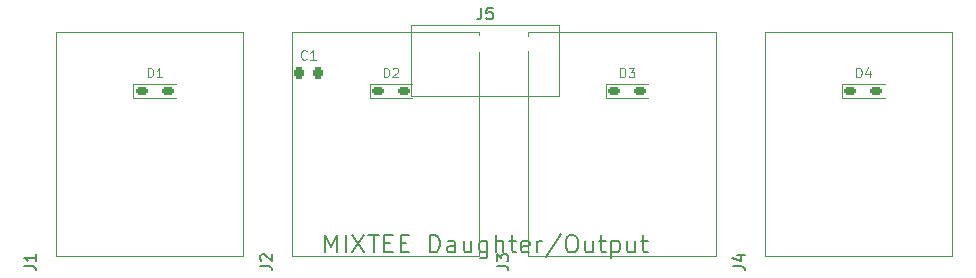
<source format=gto>
%TF.GenerationSoftware,KiCad,Pcbnew,9.0.7*%
%TF.CreationDate,2026-03-02T02:23:24+09:00*%
%TF.ProjectId,mixtee-daughter-output,6d697874-6565-42d6-9461-756768746572,rev?*%
%TF.SameCoordinates,Original*%
%TF.FileFunction,Legend,Top*%
%TF.FilePolarity,Positive*%
%FSLAX46Y46*%
G04 Gerber Fmt 4.6, Leading zero omitted, Abs format (unit mm)*
G04 Created by KiCad (PCBNEW 9.0.7) date 2026-03-02 02:23:24*
%MOMM*%
%LPD*%
G01*
G04 APERTURE LIST*
G04 Aperture macros list*
%AMRoundRect*
0 Rectangle with rounded corners*
0 $1 Rounding radius*
0 $2 $3 $4 $5 $6 $7 $8 $9 X,Y pos of 4 corners*
0 Add a 4 corners polygon primitive as box body*
4,1,4,$2,$3,$4,$5,$6,$7,$8,$9,$2,$3,0*
0 Add four circle primitives for the rounded corners*
1,1,$1+$1,$2,$3*
1,1,$1+$1,$4,$5*
1,1,$1+$1,$6,$7*
1,1,$1+$1,$8,$9*
0 Add four rect primitives between the rounded corners*
20,1,$1+$1,$2,$3,$4,$5,0*
20,1,$1+$1,$4,$5,$6,$7,0*
20,1,$1+$1,$6,$7,$8,$9,0*
20,1,$1+$1,$8,$9,$2,$3,0*%
G04 Aperture macros list end*
%ADD10C,0.150000*%
%ADD11C,0.120000*%
%ADD12RoundRect,0.150000X-0.350000X-0.150000X0.350000X-0.150000X0.350000X0.150000X-0.350000X0.150000X0*%
%ADD13C,2.400000*%
%ADD14RoundRect,0.225000X-0.225000X-0.275000X0.225000X-0.275000X0.225000X0.275000X-0.225000X0.275000X0*%
%ADD15C,1.750000*%
G04 APERTURE END LIST*
D10*
X26464284Y-19186128D02*
X26464284Y-17686128D01*
X26464284Y-17686128D02*
X26964284Y-18757557D01*
X26964284Y-18757557D02*
X27464284Y-17686128D01*
X27464284Y-17686128D02*
X27464284Y-19186128D01*
X28178570Y-19186128D02*
X28178570Y-17686128D01*
X28749999Y-17686128D02*
X29749999Y-19186128D01*
X29749999Y-17686128D02*
X28749999Y-19186128D01*
X30107142Y-17686128D02*
X30964285Y-17686128D01*
X30535713Y-19186128D02*
X30535713Y-17686128D01*
X31464284Y-18400414D02*
X31964284Y-18400414D01*
X32178570Y-19186128D02*
X31464284Y-19186128D01*
X31464284Y-19186128D02*
X31464284Y-17686128D01*
X31464284Y-17686128D02*
X32178570Y-17686128D01*
X32821427Y-18400414D02*
X33321427Y-18400414D01*
X33535713Y-19186128D02*
X32821427Y-19186128D01*
X32821427Y-19186128D02*
X32821427Y-17686128D01*
X32821427Y-17686128D02*
X33535713Y-17686128D01*
X35321427Y-19186128D02*
X35321427Y-17686128D01*
X35321427Y-17686128D02*
X35678570Y-17686128D01*
X35678570Y-17686128D02*
X35892856Y-17757557D01*
X35892856Y-17757557D02*
X36035713Y-17900414D01*
X36035713Y-17900414D02*
X36107142Y-18043271D01*
X36107142Y-18043271D02*
X36178570Y-18328985D01*
X36178570Y-18328985D02*
X36178570Y-18543271D01*
X36178570Y-18543271D02*
X36107142Y-18828985D01*
X36107142Y-18828985D02*
X36035713Y-18971842D01*
X36035713Y-18971842D02*
X35892856Y-19114700D01*
X35892856Y-19114700D02*
X35678570Y-19186128D01*
X35678570Y-19186128D02*
X35321427Y-19186128D01*
X37464285Y-19186128D02*
X37464285Y-18400414D01*
X37464285Y-18400414D02*
X37392856Y-18257557D01*
X37392856Y-18257557D02*
X37249999Y-18186128D01*
X37249999Y-18186128D02*
X36964285Y-18186128D01*
X36964285Y-18186128D02*
X36821427Y-18257557D01*
X37464285Y-19114700D02*
X37321427Y-19186128D01*
X37321427Y-19186128D02*
X36964285Y-19186128D01*
X36964285Y-19186128D02*
X36821427Y-19114700D01*
X36821427Y-19114700D02*
X36749999Y-18971842D01*
X36749999Y-18971842D02*
X36749999Y-18828985D01*
X36749999Y-18828985D02*
X36821427Y-18686128D01*
X36821427Y-18686128D02*
X36964285Y-18614700D01*
X36964285Y-18614700D02*
X37321427Y-18614700D01*
X37321427Y-18614700D02*
X37464285Y-18543271D01*
X38821428Y-18186128D02*
X38821428Y-19186128D01*
X38178570Y-18186128D02*
X38178570Y-18971842D01*
X38178570Y-18971842D02*
X38249999Y-19114700D01*
X38249999Y-19114700D02*
X38392856Y-19186128D01*
X38392856Y-19186128D02*
X38607142Y-19186128D01*
X38607142Y-19186128D02*
X38749999Y-19114700D01*
X38749999Y-19114700D02*
X38821428Y-19043271D01*
X40178571Y-18186128D02*
X40178571Y-19400414D01*
X40178571Y-19400414D02*
X40107142Y-19543271D01*
X40107142Y-19543271D02*
X40035713Y-19614700D01*
X40035713Y-19614700D02*
X39892856Y-19686128D01*
X39892856Y-19686128D02*
X39678571Y-19686128D01*
X39678571Y-19686128D02*
X39535713Y-19614700D01*
X40178571Y-19114700D02*
X40035713Y-19186128D01*
X40035713Y-19186128D02*
X39749999Y-19186128D01*
X39749999Y-19186128D02*
X39607142Y-19114700D01*
X39607142Y-19114700D02*
X39535713Y-19043271D01*
X39535713Y-19043271D02*
X39464285Y-18900414D01*
X39464285Y-18900414D02*
X39464285Y-18471842D01*
X39464285Y-18471842D02*
X39535713Y-18328985D01*
X39535713Y-18328985D02*
X39607142Y-18257557D01*
X39607142Y-18257557D02*
X39749999Y-18186128D01*
X39749999Y-18186128D02*
X40035713Y-18186128D01*
X40035713Y-18186128D02*
X40178571Y-18257557D01*
X40892856Y-19186128D02*
X40892856Y-17686128D01*
X41535714Y-19186128D02*
X41535714Y-18400414D01*
X41535714Y-18400414D02*
X41464285Y-18257557D01*
X41464285Y-18257557D02*
X41321428Y-18186128D01*
X41321428Y-18186128D02*
X41107142Y-18186128D01*
X41107142Y-18186128D02*
X40964285Y-18257557D01*
X40964285Y-18257557D02*
X40892856Y-18328985D01*
X42035714Y-18186128D02*
X42607142Y-18186128D01*
X42249999Y-17686128D02*
X42249999Y-18971842D01*
X42249999Y-18971842D02*
X42321428Y-19114700D01*
X42321428Y-19114700D02*
X42464285Y-19186128D01*
X42464285Y-19186128D02*
X42607142Y-19186128D01*
X43678571Y-19114700D02*
X43535714Y-19186128D01*
X43535714Y-19186128D02*
X43250000Y-19186128D01*
X43250000Y-19186128D02*
X43107142Y-19114700D01*
X43107142Y-19114700D02*
X43035714Y-18971842D01*
X43035714Y-18971842D02*
X43035714Y-18400414D01*
X43035714Y-18400414D02*
X43107142Y-18257557D01*
X43107142Y-18257557D02*
X43250000Y-18186128D01*
X43250000Y-18186128D02*
X43535714Y-18186128D01*
X43535714Y-18186128D02*
X43678571Y-18257557D01*
X43678571Y-18257557D02*
X43750000Y-18400414D01*
X43750000Y-18400414D02*
X43750000Y-18543271D01*
X43750000Y-18543271D02*
X43035714Y-18686128D01*
X44392856Y-19186128D02*
X44392856Y-18186128D01*
X44392856Y-18471842D02*
X44464285Y-18328985D01*
X44464285Y-18328985D02*
X44535714Y-18257557D01*
X44535714Y-18257557D02*
X44678571Y-18186128D01*
X44678571Y-18186128D02*
X44821428Y-18186128D01*
X46392856Y-17614700D02*
X45107142Y-19543271D01*
X47178571Y-17686128D02*
X47464285Y-17686128D01*
X47464285Y-17686128D02*
X47607142Y-17757557D01*
X47607142Y-17757557D02*
X47749999Y-17900414D01*
X47749999Y-17900414D02*
X47821428Y-18186128D01*
X47821428Y-18186128D02*
X47821428Y-18686128D01*
X47821428Y-18686128D02*
X47749999Y-18971842D01*
X47749999Y-18971842D02*
X47607142Y-19114700D01*
X47607142Y-19114700D02*
X47464285Y-19186128D01*
X47464285Y-19186128D02*
X47178571Y-19186128D01*
X47178571Y-19186128D02*
X47035714Y-19114700D01*
X47035714Y-19114700D02*
X46892856Y-18971842D01*
X46892856Y-18971842D02*
X46821428Y-18686128D01*
X46821428Y-18686128D02*
X46821428Y-18186128D01*
X46821428Y-18186128D02*
X46892856Y-17900414D01*
X46892856Y-17900414D02*
X47035714Y-17757557D01*
X47035714Y-17757557D02*
X47178571Y-17686128D01*
X49107143Y-18186128D02*
X49107143Y-19186128D01*
X48464285Y-18186128D02*
X48464285Y-18971842D01*
X48464285Y-18971842D02*
X48535714Y-19114700D01*
X48535714Y-19114700D02*
X48678571Y-19186128D01*
X48678571Y-19186128D02*
X48892857Y-19186128D01*
X48892857Y-19186128D02*
X49035714Y-19114700D01*
X49035714Y-19114700D02*
X49107143Y-19043271D01*
X49607143Y-18186128D02*
X50178571Y-18186128D01*
X49821428Y-17686128D02*
X49821428Y-18971842D01*
X49821428Y-18971842D02*
X49892857Y-19114700D01*
X49892857Y-19114700D02*
X50035714Y-19186128D01*
X50035714Y-19186128D02*
X50178571Y-19186128D01*
X50678571Y-18186128D02*
X50678571Y-19686128D01*
X50678571Y-18257557D02*
X50821429Y-18186128D01*
X50821429Y-18186128D02*
X51107143Y-18186128D01*
X51107143Y-18186128D02*
X51250000Y-18257557D01*
X51250000Y-18257557D02*
X51321429Y-18328985D01*
X51321429Y-18328985D02*
X51392857Y-18471842D01*
X51392857Y-18471842D02*
X51392857Y-18900414D01*
X51392857Y-18900414D02*
X51321429Y-19043271D01*
X51321429Y-19043271D02*
X51250000Y-19114700D01*
X51250000Y-19114700D02*
X51107143Y-19186128D01*
X51107143Y-19186128D02*
X50821429Y-19186128D01*
X50821429Y-19186128D02*
X50678571Y-19114700D01*
X52678572Y-18186128D02*
X52678572Y-19186128D01*
X52035714Y-18186128D02*
X52035714Y-18971842D01*
X52035714Y-18971842D02*
X52107143Y-19114700D01*
X52107143Y-19114700D02*
X52250000Y-19186128D01*
X52250000Y-19186128D02*
X52464286Y-19186128D01*
X52464286Y-19186128D02*
X52607143Y-19114700D01*
X52607143Y-19114700D02*
X52678572Y-19043271D01*
X53178572Y-18186128D02*
X53750000Y-18186128D01*
X53392857Y-17686128D02*
X53392857Y-18971842D01*
X53392857Y-18971842D02*
X53464286Y-19114700D01*
X53464286Y-19114700D02*
X53607143Y-19186128D01*
X53607143Y-19186128D02*
X53750000Y-19186128D01*
D11*
X71409524Y-4363855D02*
X71409524Y-3563855D01*
X71409524Y-3563855D02*
X71600000Y-3563855D01*
X71600000Y-3563855D02*
X71714286Y-3601950D01*
X71714286Y-3601950D02*
X71790476Y-3678140D01*
X71790476Y-3678140D02*
X71828571Y-3754331D01*
X71828571Y-3754331D02*
X71866667Y-3906712D01*
X71866667Y-3906712D02*
X71866667Y-4020998D01*
X71866667Y-4020998D02*
X71828571Y-4173379D01*
X71828571Y-4173379D02*
X71790476Y-4249569D01*
X71790476Y-4249569D02*
X71714286Y-4325760D01*
X71714286Y-4325760D02*
X71600000Y-4363855D01*
X71600000Y-4363855D02*
X71409524Y-4363855D01*
X72552381Y-3830521D02*
X72552381Y-4363855D01*
X72361905Y-3525760D02*
X72171428Y-4097188D01*
X72171428Y-4097188D02*
X72666667Y-4097188D01*
X51409524Y-4363855D02*
X51409524Y-3563855D01*
X51409524Y-3563855D02*
X51600000Y-3563855D01*
X51600000Y-3563855D02*
X51714286Y-3601950D01*
X51714286Y-3601950D02*
X51790476Y-3678140D01*
X51790476Y-3678140D02*
X51828571Y-3754331D01*
X51828571Y-3754331D02*
X51866667Y-3906712D01*
X51866667Y-3906712D02*
X51866667Y-4020998D01*
X51866667Y-4020998D02*
X51828571Y-4173379D01*
X51828571Y-4173379D02*
X51790476Y-4249569D01*
X51790476Y-4249569D02*
X51714286Y-4325760D01*
X51714286Y-4325760D02*
X51600000Y-4363855D01*
X51600000Y-4363855D02*
X51409524Y-4363855D01*
X52133333Y-3563855D02*
X52628571Y-3563855D01*
X52628571Y-3563855D02*
X52361905Y-3868617D01*
X52361905Y-3868617D02*
X52476190Y-3868617D01*
X52476190Y-3868617D02*
X52552381Y-3906712D01*
X52552381Y-3906712D02*
X52590476Y-3944807D01*
X52590476Y-3944807D02*
X52628571Y-4020998D01*
X52628571Y-4020998D02*
X52628571Y-4211474D01*
X52628571Y-4211474D02*
X52590476Y-4287664D01*
X52590476Y-4287664D02*
X52552381Y-4325760D01*
X52552381Y-4325760D02*
X52476190Y-4363855D01*
X52476190Y-4363855D02*
X52247619Y-4363855D01*
X52247619Y-4363855D02*
X52171428Y-4325760D01*
X52171428Y-4325760D02*
X52133333Y-4287664D01*
D10*
X954819Y-20333333D02*
X1669104Y-20333333D01*
X1669104Y-20333333D02*
X1811961Y-20380952D01*
X1811961Y-20380952D02*
X1907200Y-20476190D01*
X1907200Y-20476190D02*
X1954819Y-20619047D01*
X1954819Y-20619047D02*
X1954819Y-20714285D01*
X1954819Y-19333333D02*
X1954819Y-19904761D01*
X1954819Y-19619047D02*
X954819Y-19619047D01*
X954819Y-19619047D02*
X1097676Y-19714285D01*
X1097676Y-19714285D02*
X1192914Y-19809523D01*
X1192914Y-19809523D02*
X1240533Y-19904761D01*
D11*
X11409524Y-4363855D02*
X11409524Y-3563855D01*
X11409524Y-3563855D02*
X11600000Y-3563855D01*
X11600000Y-3563855D02*
X11714286Y-3601950D01*
X11714286Y-3601950D02*
X11790476Y-3678140D01*
X11790476Y-3678140D02*
X11828571Y-3754331D01*
X11828571Y-3754331D02*
X11866667Y-3906712D01*
X11866667Y-3906712D02*
X11866667Y-4020998D01*
X11866667Y-4020998D02*
X11828571Y-4173379D01*
X11828571Y-4173379D02*
X11790476Y-4249569D01*
X11790476Y-4249569D02*
X11714286Y-4325760D01*
X11714286Y-4325760D02*
X11600000Y-4363855D01*
X11600000Y-4363855D02*
X11409524Y-4363855D01*
X12628571Y-4363855D02*
X12171428Y-4363855D01*
X12400000Y-4363855D02*
X12400000Y-3563855D01*
X12400000Y-3563855D02*
X12323809Y-3678140D01*
X12323809Y-3678140D02*
X12247619Y-3754331D01*
X12247619Y-3754331D02*
X12171428Y-3792426D01*
X24866667Y-2787664D02*
X24828571Y-2825760D01*
X24828571Y-2825760D02*
X24714286Y-2863855D01*
X24714286Y-2863855D02*
X24638095Y-2863855D01*
X24638095Y-2863855D02*
X24523809Y-2825760D01*
X24523809Y-2825760D02*
X24447619Y-2749569D01*
X24447619Y-2749569D02*
X24409524Y-2673379D01*
X24409524Y-2673379D02*
X24371428Y-2520998D01*
X24371428Y-2520998D02*
X24371428Y-2406712D01*
X24371428Y-2406712D02*
X24409524Y-2254331D01*
X24409524Y-2254331D02*
X24447619Y-2178140D01*
X24447619Y-2178140D02*
X24523809Y-2101950D01*
X24523809Y-2101950D02*
X24638095Y-2063855D01*
X24638095Y-2063855D02*
X24714286Y-2063855D01*
X24714286Y-2063855D02*
X24828571Y-2101950D01*
X24828571Y-2101950D02*
X24866667Y-2140045D01*
X25628571Y-2863855D02*
X25171428Y-2863855D01*
X25400000Y-2863855D02*
X25400000Y-2063855D01*
X25400000Y-2063855D02*
X25323809Y-2178140D01*
X25323809Y-2178140D02*
X25247619Y-2254331D01*
X25247619Y-2254331D02*
X25171428Y-2292426D01*
D10*
X60954819Y-20333333D02*
X61669104Y-20333333D01*
X61669104Y-20333333D02*
X61811961Y-20380952D01*
X61811961Y-20380952D02*
X61907200Y-20476190D01*
X61907200Y-20476190D02*
X61954819Y-20619047D01*
X61954819Y-20619047D02*
X61954819Y-20714285D01*
X61288152Y-19428571D02*
X61954819Y-19428571D01*
X60907200Y-19666666D02*
X61621485Y-19904761D01*
X61621485Y-19904761D02*
X61621485Y-19285714D01*
X39666666Y1545180D02*
X39666666Y830895D01*
X39666666Y830895D02*
X39619047Y688038D01*
X39619047Y688038D02*
X39523809Y592800D01*
X39523809Y592800D02*
X39380952Y545180D01*
X39380952Y545180D02*
X39285714Y545180D01*
X40619047Y1545180D02*
X40142857Y1545180D01*
X40142857Y1545180D02*
X40095238Y1068990D01*
X40095238Y1068990D02*
X40142857Y1116609D01*
X40142857Y1116609D02*
X40238095Y1164228D01*
X40238095Y1164228D02*
X40476190Y1164228D01*
X40476190Y1164228D02*
X40571428Y1116609D01*
X40571428Y1116609D02*
X40619047Y1068990D01*
X40619047Y1068990D02*
X40666666Y973752D01*
X40666666Y973752D02*
X40666666Y735657D01*
X40666666Y735657D02*
X40619047Y640419D01*
X40619047Y640419D02*
X40571428Y592800D01*
X40571428Y592800D02*
X40476190Y545180D01*
X40476190Y545180D02*
X40238095Y545180D01*
X40238095Y545180D02*
X40142857Y592800D01*
X40142857Y592800D02*
X40095238Y640419D01*
X40954819Y-20333333D02*
X41669104Y-20333333D01*
X41669104Y-20333333D02*
X41811961Y-20380952D01*
X41811961Y-20380952D02*
X41907200Y-20476190D01*
X41907200Y-20476190D02*
X41954819Y-20619047D01*
X41954819Y-20619047D02*
X41954819Y-20714285D01*
X40954819Y-19952380D02*
X40954819Y-19333333D01*
X40954819Y-19333333D02*
X41335771Y-19666666D01*
X41335771Y-19666666D02*
X41335771Y-19523809D01*
X41335771Y-19523809D02*
X41383390Y-19428571D01*
X41383390Y-19428571D02*
X41431009Y-19380952D01*
X41431009Y-19380952D02*
X41526247Y-19333333D01*
X41526247Y-19333333D02*
X41764342Y-19333333D01*
X41764342Y-19333333D02*
X41859580Y-19380952D01*
X41859580Y-19380952D02*
X41907200Y-19428571D01*
X41907200Y-19428571D02*
X41954819Y-19523809D01*
X41954819Y-19523809D02*
X41954819Y-19809523D01*
X41954819Y-19809523D02*
X41907200Y-19904761D01*
X41907200Y-19904761D02*
X41859580Y-19952380D01*
X20954819Y-20333333D02*
X21669104Y-20333333D01*
X21669104Y-20333333D02*
X21811961Y-20380952D01*
X21811961Y-20380952D02*
X21907200Y-20476190D01*
X21907200Y-20476190D02*
X21954819Y-20619047D01*
X21954819Y-20619047D02*
X21954819Y-20714285D01*
X21050057Y-19904761D02*
X21002438Y-19857142D01*
X21002438Y-19857142D02*
X20954819Y-19761904D01*
X20954819Y-19761904D02*
X20954819Y-19523809D01*
X20954819Y-19523809D02*
X21002438Y-19428571D01*
X21002438Y-19428571D02*
X21050057Y-19380952D01*
X21050057Y-19380952D02*
X21145295Y-19333333D01*
X21145295Y-19333333D02*
X21240533Y-19333333D01*
X21240533Y-19333333D02*
X21383390Y-19380952D01*
X21383390Y-19380952D02*
X21954819Y-19952380D01*
X21954819Y-19952380D02*
X21954819Y-19333333D01*
D11*
X31409524Y-4363855D02*
X31409524Y-3563855D01*
X31409524Y-3563855D02*
X31600000Y-3563855D01*
X31600000Y-3563855D02*
X31714286Y-3601950D01*
X31714286Y-3601950D02*
X31790476Y-3678140D01*
X31790476Y-3678140D02*
X31828571Y-3754331D01*
X31828571Y-3754331D02*
X31866667Y-3906712D01*
X31866667Y-3906712D02*
X31866667Y-4020998D01*
X31866667Y-4020998D02*
X31828571Y-4173379D01*
X31828571Y-4173379D02*
X31790476Y-4249569D01*
X31790476Y-4249569D02*
X31714286Y-4325760D01*
X31714286Y-4325760D02*
X31600000Y-4363855D01*
X31600000Y-4363855D02*
X31409524Y-4363855D01*
X32171428Y-3640045D02*
X32209524Y-3601950D01*
X32209524Y-3601950D02*
X32285714Y-3563855D01*
X32285714Y-3563855D02*
X32476190Y-3563855D01*
X32476190Y-3563855D02*
X32552381Y-3601950D01*
X32552381Y-3601950D02*
X32590476Y-3640045D01*
X32590476Y-3640045D02*
X32628571Y-3716236D01*
X32628571Y-3716236D02*
X32628571Y-3792426D01*
X32628571Y-3792426D02*
X32590476Y-3906712D01*
X32590476Y-3906712D02*
X32133333Y-4363855D01*
X32133333Y-4363855D02*
X32628571Y-4363855D01*
%TO.C,D4*%
X70200000Y-4900000D02*
X70200000Y-6100000D01*
X70200000Y-4900000D02*
X73800000Y-4900000D01*
X70200000Y-6100000D02*
X73800000Y-6100000D01*
%TO.C,D3*%
X50200000Y-4900000D02*
X50200000Y-6100000D01*
X50200000Y-4900000D02*
X53800000Y-4900000D01*
X50200000Y-6100000D02*
X53800000Y-6100000D01*
%TO.C,J1*%
X3650000Y-500000D02*
X19500000Y-500000D01*
X3650000Y-19500000D02*
X3650000Y-500000D01*
X19500000Y-500000D02*
X19500000Y-19500000D01*
X19500000Y-19500000D02*
X3650000Y-19500000D01*
%TO.C,D1*%
X10200000Y-4900000D02*
X10200000Y-6100000D01*
X10200000Y-4900000D02*
X13800000Y-4900000D01*
X10200000Y-6100000D02*
X13800000Y-6100000D01*
%TO.C,J4*%
X63650000Y-500000D02*
X79500000Y-500000D01*
X63650000Y-19500000D02*
X63650000Y-500000D01*
X79500000Y-500000D02*
X79500000Y-19500000D01*
X79500000Y-19500000D02*
X63650000Y-19500000D01*
%TO.C,J5*%
X33750000Y100000D02*
X46250000Y100000D01*
X33750000Y-5900000D02*
X33750000Y100000D01*
X46250000Y100000D02*
X46250000Y-5900000D01*
X46250000Y-5900000D02*
X33750000Y-5900000D01*
%TO.C,J3*%
X43650000Y-500000D02*
X59500000Y-500000D01*
X43650000Y-19500000D02*
X43650000Y-500000D01*
X59500000Y-500000D02*
X59500000Y-19500000D01*
X59500000Y-19500000D02*
X43650000Y-19500000D01*
%TO.C,J2*%
X23650000Y-500000D02*
X39500000Y-500000D01*
X23650000Y-19500000D02*
X23650000Y-500000D01*
X39500000Y-500000D02*
X39500000Y-19500000D01*
X39500000Y-19500000D02*
X23650000Y-19500000D01*
%TO.C,D2*%
X30200000Y-4900000D02*
X30200000Y-6100000D01*
X30200000Y-4900000D02*
X33800000Y-4900000D01*
X30200000Y-6100000D02*
X33800000Y-6100000D01*
%TD*%
%LPC*%
D12*
%TO.C,D4*%
X70900000Y-5500000D03*
X73100000Y-5500000D03*
%TD*%
%TO.C,D3*%
X50900000Y-5500000D03*
X53100000Y-5500000D03*
%TD*%
D13*
%TO.C,J1*%
X17620000Y-8570000D03*
X10000000Y-2220000D03*
%TD*%
D12*
%TO.C,D1*%
X10900000Y-5500000D03*
X13100000Y-5500000D03*
%TD*%
D14*
%TO.C,C1*%
X24200000Y-4000000D03*
X25800000Y-4000000D03*
%TD*%
D13*
%TO.C,J4*%
X77620000Y-8570000D03*
X70000000Y-2220000D03*
%TD*%
D15*
%TO.C,J5*%
X35000000Y-1500000D03*
X37000000Y-1500000D03*
X39000000Y-1500000D03*
X41000000Y-1500000D03*
X43000000Y-1500000D03*
X45000000Y-1500000D03*
%TD*%
D13*
%TO.C,J3*%
X57620000Y-8570000D03*
X50000000Y-2220000D03*
%TD*%
%TO.C,J2*%
X37620000Y-8570000D03*
X30000000Y-2220000D03*
%TD*%
D12*
%TO.C,D2*%
X30900000Y-5500000D03*
X33100000Y-5500000D03*
%TD*%
%LPD*%
M02*

</source>
